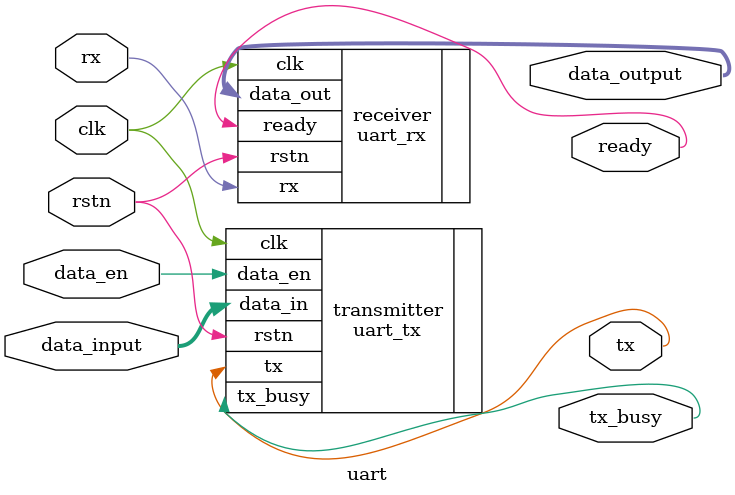
<source format=v>
`timescale 1ns/1ps

module uart #(
	parameter CLOCKS_PER_PULSE = 5208,
    parameter TX_DATA_WIDTH = 8,
	parameter RX_DATA_WIDTH = 8
)
(
	input [TX_DATA_WIDTH - 1:0] data_input,
	input data_en,
	input clk,
	input rstn,
	output tx,
	output tx_busy,
	input rx,
	output ready,
    output [RX_DATA_WIDTH -1:0] data_output
);


	uart_tx #(
		.CLOCKS_PER_PULSE(CLOCKS_PER_PULSE),
		.DATA_WIDTH(TX_DATA_WIDTH)
	) transmitter (
		.data_in(data_input),
		.data_en(data_en),
		.clk(clk),
		.rstn(rstn),
		.tx(tx),
		.tx_busy(tx_busy)
	);
	
	uart_rx #(
		.CLOCKS_PER_PULSE(CLOCKS_PER_PULSE),
		.DATA_WIDTH(RX_DATA_WIDTH)
	) receiver (
		.clk(clk),
		.rstn(rstn),
		.rx(rx),
		.ready(ready),
		.data_out(data_output)
	);	
	
	
endmodule
</source>
